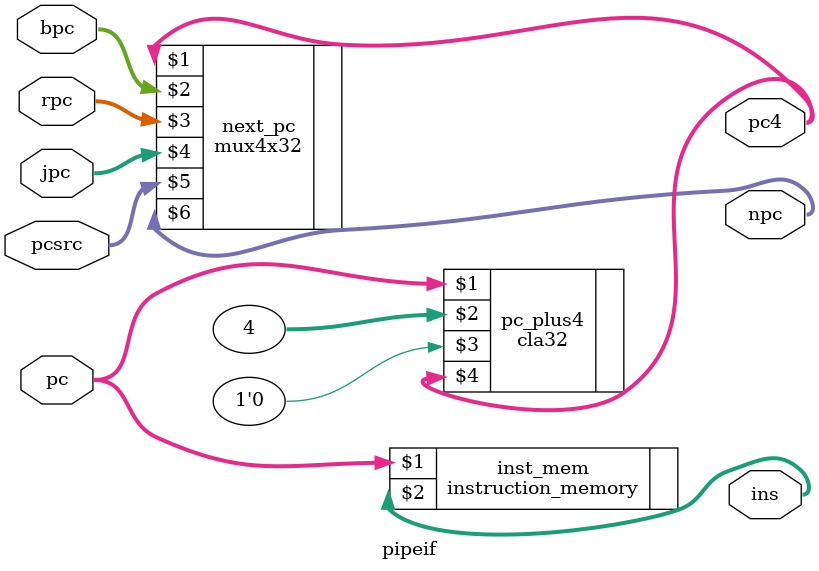
<source format=v>
module pipeif(pcsrc,pc,bpc,rpc,jpc,npc,pc4,ins); 
input [31:0] pc; 
input [31:0] bpc; 
input [31:0] rpc; 
input [31:0] jpc; 
input [1:0] pcsrc;
output [31:0] npc;
output [31:0] pc4;
output [31:0] ins;
mux4x32 next_pc (pc4,bpc,rpc,jpc,pcsrc,npc); 
cla32 pc_plus4 (pc,32'h4,1'b0,pc4); 
instruction_memory inst_mem (pc,ins); 
endmodule
</source>
